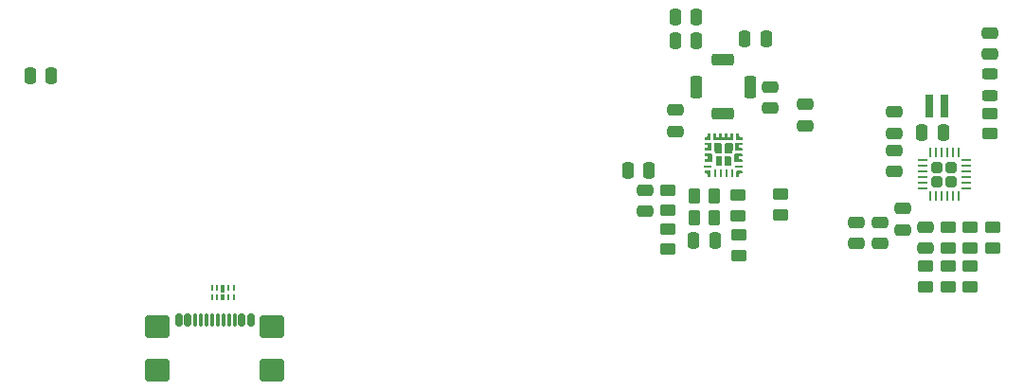
<source format=gbr>
%TF.GenerationSoftware,KiCad,Pcbnew,8.0.3*%
%TF.CreationDate,2024-07-13T14:18:46-04:00*%
%TF.ProjectId,get-a-grip-on-reality,6765742d-612d-4677-9269-702d6f6e2d72,rev?*%
%TF.SameCoordinates,Original*%
%TF.FileFunction,Paste,Bot*%
%TF.FilePolarity,Positive*%
%FSLAX46Y46*%
G04 Gerber Fmt 4.6, Leading zero omitted, Abs format (unit mm)*
G04 Created by KiCad (PCBNEW 8.0.3) date 2024-07-13 14:18:46*
%MOMM*%
%LPD*%
G01*
G04 APERTURE LIST*
G04 Aperture macros list*
%AMRoundRect*
0 Rectangle with rounded corners*
0 $1 Rounding radius*
0 $2 $3 $4 $5 $6 $7 $8 $9 X,Y pos of 4 corners*
0 Add a 4 corners polygon primitive as box body*
4,1,4,$2,$3,$4,$5,$6,$7,$8,$9,$2,$3,0*
0 Add four circle primitives for the rounded corners*
1,1,$1+$1,$2,$3*
1,1,$1+$1,$4,$5*
1,1,$1+$1,$6,$7*
1,1,$1+$1,$8,$9*
0 Add four rect primitives between the rounded corners*
20,1,$1+$1,$2,$3,$4,$5,0*
20,1,$1+$1,$4,$5,$6,$7,0*
20,1,$1+$1,$6,$7,$8,$9,0*
20,1,$1+$1,$8,$9,$2,$3,0*%
G04 Aperture macros list end*
%ADD10C,0.000000*%
%ADD11RoundRect,0.250000X-0.450000X0.262500X-0.450000X-0.262500X0.450000X-0.262500X0.450000X0.262500X0*%
%ADD12R,0.650001X0.249999*%
%ADD13R,0.249999X0.650001*%
%ADD14R,0.250000X0.625000*%
%ADD15R,0.450000X0.700000*%
%ADD16R,0.450000X0.575000*%
%ADD17RoundRect,0.250000X0.475000X-0.250000X0.475000X0.250000X-0.475000X0.250000X-0.475000X-0.250000X0*%
%ADD18RoundRect,0.250000X-0.250000X-0.475000X0.250000X-0.475000X0.250000X0.475000X-0.250000X0.475000X0*%
%ADD19RoundRect,0.250000X0.450000X-0.262500X0.450000X0.262500X-0.450000X0.262500X-0.450000X-0.262500X0*%
%ADD20RoundRect,0.243750X0.456250X-0.243750X0.456250X0.243750X-0.456250X0.243750X-0.456250X-0.243750X0*%
%ADD21RoundRect,0.250000X-0.475000X0.250000X-0.475000X-0.250000X0.475000X-0.250000X0.475000X0.250000X0*%
%ADD22RoundRect,0.250000X-0.262500X-0.450000X0.262500X-0.450000X0.262500X0.450000X-0.262500X0.450000X0*%
%ADD23RoundRect,0.250000X0.250000X0.475000X-0.250000X0.475000X-0.250000X-0.475000X0.250000X-0.475000X0*%
%ADD24R,0.650000X2.000000*%
%ADD25RoundRect,0.250000X0.262500X0.450000X-0.262500X0.450000X-0.262500X-0.450000X0.262500X-0.450000X0*%
%ADD26RoundRect,0.250000X0.255000X0.255000X-0.255000X0.255000X-0.255000X-0.255000X0.255000X-0.255000X0*%
%ADD27RoundRect,0.062500X0.375000X0.062500X-0.375000X0.062500X-0.375000X-0.062500X0.375000X-0.062500X0*%
%ADD28RoundRect,0.062500X0.062500X0.375000X-0.062500X0.375000X-0.062500X-0.375000X0.062500X-0.375000X0*%
%ADD29RoundRect,0.275000X0.725000X-0.275000X0.725000X0.275000X-0.725000X0.275000X-0.725000X-0.275000X0*%
%ADD30RoundRect,0.275000X-0.275000X-0.725000X0.275000X-0.725000X0.275000X0.725000X-0.275000X0.725000X0*%
%ADD31RoundRect,0.275000X0.275000X0.725000X-0.275000X0.725000X-0.275000X-0.725000X0.275000X-0.725000X0*%
%ADD32RoundRect,0.150000X0.150000X0.425000X-0.150000X0.425000X-0.150000X-0.425000X0.150000X-0.425000X0*%
%ADD33RoundRect,0.075000X0.075000X0.500000X-0.075000X0.500000X-0.075000X-0.500000X0.075000X-0.500000X0*%
%ADD34RoundRect,0.250000X0.840000X0.750000X-0.840000X0.750000X-0.840000X-0.750000X0.840000X-0.750000X0*%
G04 APERTURE END LIST*
D10*
%TO.C,U7*%
G36*
X103500001Y-57460998D02*
G01*
X103500001Y-58220999D01*
X103450001Y-58270999D01*
X102970002Y-58270999D01*
X102920000Y-58220999D01*
X102920000Y-57460998D01*
X102970002Y-57410998D01*
X103450001Y-57410998D01*
X103500001Y-57460998D01*
G37*
G36*
X104280002Y-57460998D02*
G01*
X104280002Y-58220999D01*
X104230000Y-58270999D01*
X103750001Y-58270999D01*
X103700001Y-58220999D01*
X103700001Y-57460998D01*
X103750001Y-57410998D01*
X104230000Y-57410998D01*
X104280002Y-57460998D01*
G37*
G36*
X103450001Y-56284998D02*
G01*
X103450001Y-57046998D01*
X103400001Y-57096998D01*
X102900000Y-57096998D01*
X102850003Y-57046998D01*
X102850000Y-57010001D01*
X102788001Y-56916999D01*
X102750000Y-56868998D01*
X102750000Y-56284998D01*
X102800000Y-56234999D01*
X103400001Y-56234999D01*
X103450001Y-56284998D01*
G37*
G36*
X104450002Y-56284998D02*
G01*
X104450002Y-56868998D01*
X104412001Y-56916999D01*
X104349999Y-57010001D01*
X104349999Y-57046998D01*
X104300002Y-57096998D01*
X103800001Y-57096998D01*
X103750001Y-57047001D01*
X103750001Y-56284998D01*
X103800001Y-56234999D01*
X104400002Y-56234999D01*
X104450002Y-56284998D01*
G37*
G36*
X102425002Y-55335000D02*
G01*
X102475002Y-55385000D01*
X102475002Y-55859998D01*
X102425002Y-55909998D01*
X101950002Y-55909998D01*
X101900002Y-55860001D01*
X101900002Y-55709998D01*
X101950002Y-55659998D01*
X102125000Y-55659998D01*
X102225000Y-55559999D01*
X102225000Y-55385000D01*
X102275000Y-55334998D01*
X102425002Y-55335000D01*
G37*
G36*
X102475002Y-58710000D02*
G01*
X102475002Y-59184998D01*
X102425002Y-59234998D01*
X102275000Y-59235000D01*
X102225000Y-59184998D01*
X102225000Y-59009999D01*
X102125000Y-58910000D01*
X101950002Y-58910000D01*
X101900002Y-58860000D01*
X101900002Y-58710000D01*
X101950002Y-58660000D01*
X102425002Y-58659998D01*
X102475002Y-58710000D01*
G37*
G36*
X104975002Y-55385000D02*
G01*
X104975002Y-55559999D01*
X105075002Y-55659998D01*
X105250000Y-55659998D01*
X105300000Y-55709998D01*
X105300000Y-55860001D01*
X105250000Y-55909998D01*
X104775000Y-55909998D01*
X104725000Y-55860001D01*
X104725000Y-55385000D01*
X104775000Y-55335000D01*
X104925002Y-55334998D01*
X104975002Y-55385000D01*
G37*
G36*
X105300000Y-58709997D02*
G01*
X105300000Y-58860000D01*
X105250000Y-58910000D01*
X105075002Y-58910000D01*
X104975002Y-59009999D01*
X104975002Y-59184998D01*
X104925002Y-59235000D01*
X104775002Y-59234998D01*
X104725000Y-59184998D01*
X104725000Y-58710000D01*
X104775000Y-58660000D01*
X105250000Y-58660000D01*
X105300000Y-58709997D01*
G37*
G36*
X102550001Y-56184999D02*
G01*
X102550001Y-56859999D01*
X102500001Y-56909998D01*
X101950002Y-56910001D01*
X101900002Y-56859999D01*
X101900002Y-56709999D01*
X101950002Y-56659999D01*
X102175000Y-56659999D01*
X102225000Y-56609999D01*
X102225000Y-56459999D01*
X102175000Y-56409999D01*
X101950002Y-56410002D01*
X101900002Y-56360000D01*
X101900002Y-56210000D01*
X101950002Y-56160000D01*
X102525002Y-56160000D01*
X102550001Y-56184999D01*
G37*
G36*
X102600000Y-57210000D02*
G01*
X102600000Y-57859999D01*
X102550001Y-57909999D01*
X101950002Y-57909999D01*
X101900002Y-57859999D01*
X101900002Y-57709999D01*
X101950002Y-57660000D01*
X102175000Y-57660000D01*
X102225000Y-57610000D01*
X102225000Y-57460000D01*
X102175000Y-57409997D01*
X101950002Y-57410000D01*
X101900002Y-57359998D01*
X101900002Y-57209998D01*
X101950002Y-57159998D01*
X102550001Y-57159998D01*
X102600000Y-57210000D01*
G37*
G36*
X105300000Y-56210000D02*
G01*
X105300000Y-56360000D01*
X105250000Y-56410002D01*
X105025002Y-56409999D01*
X104975000Y-56459999D01*
X104975002Y-56609999D01*
X105025002Y-56660002D01*
X105250000Y-56659999D01*
X105300000Y-56709999D01*
X105300000Y-56859999D01*
X105250000Y-56910001D01*
X104700001Y-56909998D01*
X104650001Y-56859999D01*
X104650001Y-56184999D01*
X104675000Y-56160000D01*
X105250000Y-56160000D01*
X105300000Y-56210000D01*
G37*
G36*
X105300000Y-57210000D02*
G01*
X105300000Y-57360000D01*
X105250000Y-57409997D01*
X105025002Y-57410000D01*
X104975000Y-57460000D01*
X104975000Y-57610000D01*
X105025002Y-57659997D01*
X105250000Y-57660000D01*
X105300000Y-57709997D01*
X105300000Y-57859999D01*
X105250000Y-57909999D01*
X104650001Y-57909999D01*
X104600002Y-57859999D01*
X104600002Y-57210000D01*
X104650001Y-57159998D01*
X105250000Y-57159998D01*
X105300000Y-57210000D01*
G37*
G36*
X104475001Y-55385000D02*
G01*
X104475001Y-55884999D01*
X104425001Y-55934999D01*
X102775001Y-55934999D01*
X102725001Y-55884999D01*
X102725001Y-55385000D01*
X102775001Y-55335000D01*
X102925001Y-55334998D01*
X102975001Y-55385000D01*
X102975001Y-55609999D01*
X103025001Y-55659998D01*
X103175001Y-55659998D01*
X103225000Y-55609999D01*
X103225000Y-55385000D01*
X103275000Y-55335000D01*
X103425000Y-55334998D01*
X103475000Y-55385000D01*
X103475000Y-55609999D01*
X103525002Y-55659998D01*
X103675000Y-55659998D01*
X103724999Y-55609999D01*
X103725002Y-55385000D01*
X103775002Y-55335000D01*
X103925002Y-55334998D01*
X103975002Y-55385000D01*
X103975002Y-55609999D01*
X104025001Y-55659998D01*
X104175001Y-55659998D01*
X104225001Y-55609999D01*
X104225001Y-55385000D01*
X104275001Y-55335000D01*
X104425001Y-55334998D01*
X104475001Y-55385000D01*
G37*
%TD*%
D11*
%TO.C,R15*%
X104904600Y-60866496D03*
X104904600Y-62691496D03*
%TD*%
D12*
%TO.C,U7*%
X102225000Y-58285000D03*
X104975002Y-58285000D03*
D13*
X104350002Y-58910000D03*
X103850001Y-58910000D03*
X103350001Y-58910000D03*
X102850000Y-58910000D03*
%TD*%
D14*
%TO.C,U3*%
X57875000Y-69195000D03*
X58375000Y-69195000D03*
D15*
X58875000Y-69232500D03*
D14*
X59375000Y-69195000D03*
X59875000Y-69195000D03*
X59875000Y-69970000D03*
X59375000Y-69970000D03*
D16*
X58875000Y-69995000D03*
D14*
X58375000Y-69970000D03*
X57875000Y-69970000D03*
%TD*%
D17*
%TO.C,C22*%
X107800000Y-53075000D03*
X107800000Y-51175000D03*
%TD*%
D11*
%TO.C,R9*%
X127632774Y-63747300D03*
X127632774Y-65572300D03*
%TD*%
D17*
%TO.C,C20*%
X110904548Y-54650150D03*
X110904548Y-52750150D03*
%TD*%
D11*
%TO.C,TH1*%
X125668974Y-67210300D03*
X125668974Y-69035300D03*
%TD*%
D18*
%TO.C,C28*%
X105508600Y-46923796D03*
X107408600Y-46923796D03*
%TD*%
D11*
%TO.C,R18*%
X123676908Y-63747300D03*
X123676908Y-65572300D03*
%TD*%
%TO.C,R10*%
X98600000Y-60425000D03*
X98600000Y-62250000D03*
%TD*%
D19*
%TO.C,R14*%
X108700600Y-62617196D03*
X108700600Y-60792196D03*
%TD*%
D17*
%TO.C,C26*%
X118844374Y-58779100D03*
X118844374Y-56879100D03*
%TD*%
D20*
%TO.C,D7*%
X127454974Y-51927900D03*
X127454974Y-50052900D03*
%TD*%
D21*
%TO.C,C24*%
X121668974Y-63709800D03*
X121668974Y-65609800D03*
%TD*%
D11*
%TO.C,R16*%
X104950000Y-64450000D03*
X104950000Y-66275000D03*
%TD*%
D22*
%TO.C,R19*%
X100972200Y-60969996D03*
X102797200Y-60969996D03*
%TD*%
D11*
%TO.C,R8*%
X127454974Y-53561900D03*
X127454974Y-55386900D03*
%TD*%
D23*
%TO.C,C29*%
X101179548Y-47025150D03*
X99279548Y-47025150D03*
%TD*%
D24*
%TO.C,L1*%
X123339574Y-52876100D03*
X121989574Y-52876100D03*
%TD*%
D21*
%TO.C,C16*%
X117599774Y-63284900D03*
X117599774Y-65184900D03*
%TD*%
D11*
%TO.C,R11*%
X98600000Y-63900000D03*
X98600000Y-65725000D03*
%TD*%
D25*
%TO.C,R20*%
X102799100Y-62925796D03*
X100974100Y-62925796D03*
%TD*%
D18*
%TO.C,C21*%
X121333574Y-55238300D03*
X123233574Y-55238300D03*
%TD*%
D26*
%TO.C,U6*%
X123970574Y-59640800D03*
X123970574Y-58390800D03*
X122720574Y-59640800D03*
X122720574Y-58390800D03*
D27*
X125283074Y-57765800D03*
X125283074Y-58265800D03*
X125283074Y-58765800D03*
X125283074Y-59265800D03*
X125283074Y-59765800D03*
X125283074Y-60265800D03*
D28*
X124595574Y-60953300D03*
X124095574Y-60953300D03*
X123595574Y-60953300D03*
X123095574Y-60953300D03*
X122595574Y-60953300D03*
X122095574Y-60953300D03*
D27*
X121408074Y-60265800D03*
X121408074Y-59765800D03*
X121408074Y-59265800D03*
X121408074Y-58765800D03*
X121408074Y-58265800D03*
X121408074Y-57765800D03*
D28*
X122095574Y-57078300D03*
X122595574Y-57078300D03*
X123095574Y-57078300D03*
X123595574Y-57078300D03*
X124095574Y-57078300D03*
X124595574Y-57078300D03*
%TD*%
D17*
%TO.C,C14*%
X127450600Y-48238200D03*
X127450600Y-46338200D03*
%TD*%
D11*
%TO.C,R12*%
X121693974Y-67210300D03*
X121693974Y-69035300D03*
%TD*%
D23*
%TO.C,C18*%
X96950000Y-58625000D03*
X95050000Y-58625000D03*
%TD*%
D21*
%TO.C,C19*%
X115454548Y-63284900D03*
X115454548Y-65184900D03*
%TD*%
D11*
%TO.C,R17*%
X125654841Y-63747300D03*
X125654841Y-65572300D03*
%TD*%
D18*
%TO.C,C7*%
X41625000Y-50150000D03*
X43525000Y-50150000D03*
%TD*%
D17*
%TO.C,C25*%
X118844374Y-55314500D03*
X118844374Y-53414500D03*
%TD*%
D23*
%TO.C,C30*%
X101194748Y-44967750D03*
X99294748Y-44967750D03*
%TD*%
D17*
%TO.C,C27*%
X99300000Y-55175000D03*
X99300000Y-53275000D03*
%TD*%
D11*
%TO.C,R13*%
X123681474Y-67210300D03*
X123681474Y-69035300D03*
%TD*%
D29*
%TO.C,L2*%
X103563000Y-53565596D03*
X103563000Y-48765596D03*
D30*
X101163000Y-51165596D03*
D31*
X105963000Y-51165596D03*
%TD*%
D21*
%TO.C,C15*%
X119657174Y-62065700D03*
X119657174Y-63965700D03*
%TD*%
%TO.C,C17*%
X96593400Y-60400000D03*
X96593400Y-62300000D03*
%TD*%
D32*
%TO.C,P1*%
X61350000Y-72045000D03*
X60550000Y-72045000D03*
D33*
X59400000Y-72045000D03*
X58400000Y-72045000D03*
X57900000Y-72045000D03*
X56900000Y-72045000D03*
D32*
X55750000Y-72045000D03*
X54950000Y-72045000D03*
X54950000Y-72045000D03*
X55750000Y-72045000D03*
D33*
X56400000Y-72045000D03*
X57400000Y-72045000D03*
X58900000Y-72045000D03*
X59900000Y-72045000D03*
D32*
X60550000Y-72045000D03*
X61350000Y-72045000D03*
D34*
X63260000Y-76550000D03*
X63260000Y-72620000D03*
X53040000Y-76550000D03*
X53040000Y-72620000D03*
%TD*%
D23*
%TO.C,C23*%
X102836600Y-64932396D03*
X100936600Y-64932396D03*
%TD*%
M02*

</source>
